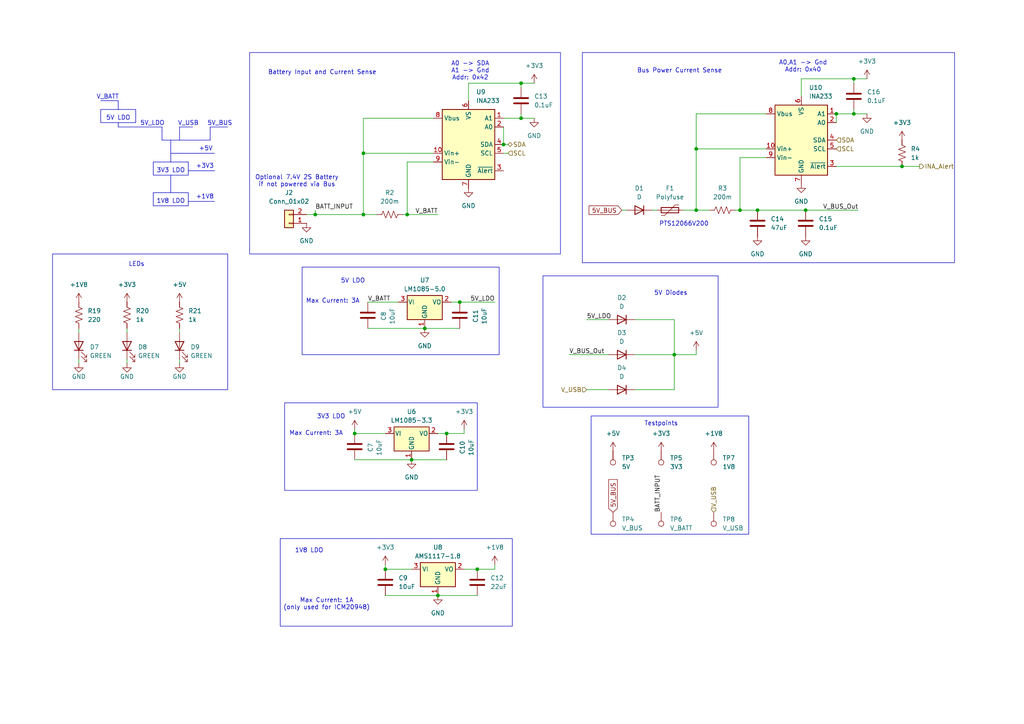
<source format=kicad_sch>
(kicad_sch (version 20231120) (generator "eeschema") (generator_version "8.0")
  (paper "A4")
  (lib_symbols
    (symbol "Connector:TestPoint" (pin_numbers hide) (pin_names (offset 0.762) hide)
      (property "Reference" "TP" (at 0 6.858 0))
      (property "Value" "TestPoint" (at 0 5.08 0))
      (symbol "TestPoint_0_1"
        (circle (center 0 3.302) (radius 0.762))
      )
      (symbol "TestPoint_1_1"
        (pin passive line (at 0 0 90) (length 2.54) (name "1") (number "1"))
      )
    )
    (symbol "Connector_Generic:Conn_01x02" (pin_names (offset 1.016) hide)
      (property "Reference" "J" (at 0 2.54 0))
      (property "Value" "Conn_01x02" (at 0 -5.08 0))
      (symbol "Conn_01x02_1_1"
        (rectangle (start -1.27 -2.413) (end 0 -2.667) (stroke (width 0.1524)))
        (rectangle (start -1.27 0.127) (end 0 -0.127) (stroke (width 0.1524)))
        (rectangle (start -1.27 1.27) (end 1.27 -3.81) (stroke (width 0.254)) (fill (type background)))
        (pin passive line (at -5.08 0 0) (length 3.81) (name "Pin_1") (number "1"))
        (pin passive line (at -5.08 -2.54 0) (length 3.81) (name "Pin_2") (number "2"))
      )
    )
    (symbol "Device:C" (pin_numbers hide) (pin_names (offset 0.254))
      (property "Reference" "C" (at 0.635 2.54 0))
      (property "Value" "C" (at 0.635 -2.54 0))
      (symbol "C_0_1"
        (polyline (pts (xy -2.032 -0.762) (xy 2.032 -0.762)) (stroke (width 0.508)))
        (polyline (pts (xy -2.032 0.762) (xy 2.032 0.762)) (stroke (width 0.508)))
      )
      (symbol "C_1_1"
        (pin passive line (at 0 3.81 270) (length 2.794) (name "~") (number "1"))
        (pin passive line (at 0 -3.81 90) (length 2.794) (name "~") (number "2"))
      )
    )
    (symbol "Device:D" (pin_numbers hide) (pin_names (offset 1.016) hide)
      (property "Reference" "D" (at 0 2.54 0))
      (property "Value" "D" (at 0 -2.54 0))
      (symbol "D_0_1"
        (polyline (pts (xy -1.27 1.27) (xy -1.27 -1.27)) (stroke (width 0.254)))
        (polyline (pts (xy 1.27 0) (xy -1.27 0)))
        (polyline (pts (xy 1.27 1.27) (xy 1.27 -1.27) (xy -1.27 0) (xy 1.27 1.27)) (stroke (width 0.254)))
      )
      (symbol "D_1_1"
        (pin passive line (at -3.81 0 0) (length 2.54) (name "K") (number "1"))
        (pin passive line (at 3.81 0 180) (length 2.54) (name "A") (number "2"))
      )
    )
    (symbol "Device:LED" (pin_numbers hide) (pin_names (offset 1.016) hide)
      (property "Reference" "D" (at 0 2.54 0))
      (property "Value" "LED" (at 0 -2.54 0))
      (symbol "LED_0_1"
        (polyline (pts (xy -1.27 -1.27) (xy -1.27 1.27)) (stroke (width 0.254)))
        (polyline (pts (xy -1.27 0) (xy 1.27 0)))
        (polyline (pts (xy 1.27 -1.27) (xy 1.27 1.27) (xy -1.27 0) (xy 1.27 -1.27)) (stroke (width 0.254)))
        (polyline (pts (xy -3.048 -0.762) (xy -4.572 -2.286) (xy -3.81 -2.286) (xy -4.572 -2.286) (xy -4.572 -1.524)))
        (polyline (pts (xy -1.778 -0.762) (xy -3.302 -2.286) (xy -2.54 -2.286) (xy -3.302 -2.286) (xy -3.302 -1.524)))
      )
      (symbol "LED_1_1"
        (pin passive line (at -3.81 0 0) (length 2.54) (name "K") (number "1"))
        (pin passive line (at 3.81 0 180) (length 2.54) (name "A") (number "2"))
      )
    )
    (symbol "Device:Polyfuse" (pin_numbers hide) (pin_names (offset 0))
      (property "Reference" "F" (at -2.54 0 90))
      (property "Value" "Polyfuse" (at 2.54 0 90))
      (symbol "Polyfuse_0_1"
        (rectangle (start -0.762 2.54) (end 0.762 -2.54) (stroke (width 0.254)))
        (polyline (pts (xy 0 2.54) (xy 0 -2.54)))
        (polyline (pts (xy -1.524 2.54) (xy -1.524 1.524) (xy 1.524 -1.524) (xy 1.524 -2.54)))
      )
      (symbol "Polyfuse_1_1"
        (pin passive line (at 0 3.81 270) (length 1.27) (name "~") (number "1"))
        (pin passive line (at 0 -3.81 90) (length 1.27) (name "~") (number "2"))
      )
    )
    (symbol "Device:R_US" (pin_numbers hide) (pin_names (offset 0))
      (property "Reference" "R" (at 2.54 0 90))
      (property "Value" "R_US" (at -2.54 0 90))
      (symbol "R_US_0_1"
        (polyline (pts (xy 0 -2.286) (xy 0 -2.54)))
        (polyline (pts (xy 0 2.286) (xy 0 2.54)))
        (polyline (pts (xy 0 -0.762) (xy 1.016 -1.143) (xy 0 -1.524) (xy -1.016 -1.905) (xy 0 -2.286)))
        (polyline (pts (xy 0 0.762) (xy 1.016 0.381) (xy 0 0) (xy -1.016 -0.381) (xy 0 -0.762)))
        (polyline (pts (xy 0 2.286) (xy 1.016 1.905) (xy 0 1.524) (xy -1.016 1.143) (xy 0 0.762)))
      )
      (symbol "R_US_1_1"
        (pin passive line (at 0 3.81 270) (length 1.27) (name "~") (number "1"))
        (pin passive line (at 0 -3.81 90) (length 1.27) (name "~") (number "2"))
      )
    )
    (symbol "Regulator_Linear:AMS1117-1.8"
      (property "Reference" "U" (at -3.81 3.175 0))
      (property "Value" "AMS1117-1.8" (at 0 3.175 0))
      (symbol "AMS1117-1.8_0_1"
        (rectangle (start -5.08 -5.08) (end 5.08 1.905) (stroke (width 0.254)) (fill (type background)))
      )
      (symbol "AMS1117-1.8_1_1"
        (pin power_in line (at 0 -7.62 90) (length 2.54) (name "GND") (number "1"))
        (pin power_out line (at 7.62 0 180) (length 2.54) (name "VO") (number "2"))
        (pin power_in line (at -7.62 0 0) (length 2.54) (name "VI") (number "3"))
      )
    )
    (symbol "Regulator_Linear:LM1085-3.3" (pin_names (offset 0.254))
      (property "Reference" "U" (at -3.81 3.175 0))
      (property "Value" "LM1085-3.3" (at 0 3.175 0))
      (symbol "LM1085-3.3_0_1"
        (rectangle (start -5.08 1.905) (end 5.08 -5.08) (stroke (width 0.254)) (fill (type background)))
      )
      (symbol "LM1085-3.3_1_1"
        (pin power_in line (at 0 -7.62 90) (length 2.54) (name "GND") (number "1"))
        (pin power_out line (at 7.62 0 180) (length 2.54) (name "VO") (number "2"))
        (pin power_in line (at -7.62 0 0) (length 2.54) (name "VI") (number "3"))
      )
    )
    (symbol "Regulator_Linear:LM1085-5.0" (pin_names (offset 0.254))
      (property "Reference" "U" (at -3.81 3.175 0))
      (property "Value" "LM1085-5.0" (at 0 3.175 0))
      (symbol "LM1085-5.0_0_1"
        (rectangle (start -5.08 1.905) (end 5.08 -5.08) (stroke (width 0.254)) (fill (type background)))
      )
      (symbol "LM1085-5.0_1_1"
        (pin power_in line (at 0 -7.62 90) (length 2.54) (name "GND") (number "1"))
        (pin power_out line (at 7.62 0 180) (length 2.54) (name "VO") (number "2"))
        (pin power_in line (at -7.62 0 0) (length 2.54) (name "VI") (number "3"))
      )
    )
    (symbol "Sensor_Energy:INA233"
      (property "Reference" "U" (at -6.35 11.43 0))
      (property "Value" "INA233" (at 3.81 11.43 0))
      (symbol "INA233_0_1"
        (rectangle (start 7.62 10.16) (end -7.62 -10.16) (stroke (width 0.254)) (fill (type background)))
      )
      (symbol "INA233_1_1"
        (pin input line (at 10.16 7.62 180) (length 2.54) (name "A1") (number "1"))
        (pin input line (at -10.16 -2.54 0) (length 2.54) (name "Vin+") (number "10"))
        (pin input line (at 10.16 5.08 180) (length 2.54) (name "A0") (number "2"))
        (pin open_collector line (at 10.16 -7.62 180) (length 2.54) (name "~{Alert}") (number "3"))
        (pin bidirectional line (at 10.16 0 180) (length 2.54) (name "SDA") (number "4"))
        (pin input line (at 10.16 -2.54 180) (length 2.54) (name "SCL") (number "5"))
        (pin power_in line (at 0 12.7 270) (length 2.54) (name "VS") (number "6"))
        (pin power_in line (at 0 -12.7 90) (length 2.54) (name "GND") (number "7"))
        (pin input line (at -10.16 7.62 0) (length 2.54) (name "Vbus") (number "8"))
        (pin input line (at -10.16 -5.08 0) (length 2.54) (name "Vin-") (number "9"))
      )
    )
    (symbol "power:+1V8" (power) (pin_numbers hide) (pin_names (offset 0) hide)
      (property "Value" "+1V8" (at 0 3.556 0))
      (symbol "+1V8_0_1"
        (polyline (pts (xy -0.762 1.27) (xy 0 2.54)))
        (polyline (pts (xy 0 0) (xy 0 2.54)))
        (polyline (pts (xy 0 2.54) (xy 0.762 1.27)))
      )
      (symbol "+1V8_1_1"
        (pin power_in line (at 0 0 90) (length 0) (name "~") (number "1"))
      )
    )
    (symbol "power:+3.3V" (power) (pin_numbers hide) (pin_names (offset 0) hide)
      (property "Value" "+3.3V" (at 0 3.556 0))
      (symbol "+3.3V_0_1"
        (polyline (pts (xy -0.762 1.27) (xy 0 2.54)))
        (polyline (pts (xy 0 0) (xy 0 2.54)))
        (polyline (pts (xy 0 2.54) (xy 0.762 1.27)))
      )
      (symbol "+3.3V_1_1"
        (pin power_in line (at 0 0 90) (length 0) (name "~") (number "1"))
      )
    )
    (symbol "power:+3V3" (power) (pin_numbers hide) (pin_names (offset 0) hide)
      (property "Value" "+3V3" (at 0 3.556 0))
      (symbol "+3V3_0_1"
        (polyline (pts (xy -0.762 1.27) (xy 0 2.54)))
        (polyline (pts (xy 0 0) (xy 0 2.54)))
        (polyline (pts (xy 0 2.54) (xy 0.762 1.27)))
      )
      (symbol "+3V3_1_1"
        (pin power_in line (at 0 0 90) (length 0) (name "~") (number "1"))
      )
    )
    (symbol "power:+5V" (power) (pin_numbers hide) (pin_names (offset 0) hide)
      (property "Value" "+5V" (at 0 3.556 0))
      (symbol "+5V_0_1"
        (polyline (pts (xy -0.762 1.27) (xy 0 2.54)))
        (polyline (pts (xy 0 0) (xy 0 2.54)))
        (polyline (pts (xy 0 2.54) (xy 0.762 1.27)))
      )
      (symbol "+5V_1_1"
        (pin power_in line (at 0 0 90) (length 0) (name "~") (number "1"))
      )
    )
    (symbol "power:GND" (power) (pin_numbers hide) (pin_names (offset 0) hide)
      (property "Value" "GND" (at 0 -3.81 0))
      (symbol "GND_0_1"
        (polyline (pts (xy 0 0) (xy 0 -1.27) (xy 1.27 -1.27) (xy 0 -2.54) (xy -1.27 -1.27) (xy 0 -1.27)))
      )
      (symbol "GND_1_1"
        (pin power_in line (at 0 0 270) (length 0) (name "~") (number "1"))
      )
    )
    (symbol "power:VBUS" (power) (pin_numbers hide) (pin_names (offset 0) hide)
      (property "Value" "VBUS" (at 0 3.556 0))
      (symbol "VBUS_0_1"
        (polyline (pts (xy -0.762 1.27) (xy 0 2.54)))
        (polyline (pts (xy 0 0) (xy 0 2.54)))
        (polyline (pts (xy 0 2.54) (xy 0.762 1.27)))
      )
      (symbol "VBUS_1_1"
        (pin power_in line (at 0 0 90) (length 0) (name "~") (number "1"))
      )
    )
  )
  (junction (at 233.68 60.96))
  (junction (at 111.76 165.1))
  (junction (at 219.71 60.96))
  (junction (at 242.57 33.02))
  (junction (at 247.65 33.02))
  (junction (at 247.65 22.86))
  (junction (at 201.93 60.96))
  (junction (at 138.43 165.1))
  (junction (at 127 172.72))
  (junction (at 105.41 62.23))
  (junction (at 118.11 62.23))
  (junction (at 133.35 87.63))
  (junction (at 123.19 95.25))
  (junction (at 102.87 125.73))
  (junction (at 105.41 44.45))
  (junction (at 151.13 24.13))
  (junction (at 151.13 34.29))
  (junction (at 195.58 102.87))
  (junction (at 119.38 133.35))
  (junction (at 261.62 48.26))
  (junction (at 214.63 60.96))
  (junction (at 129.54 125.73))
  (junction (at 91.44 62.23))
  (junction (at 146.05 41.91))
  (junction (at 201.93 43.18))
  (wire (pts (xy 232.41 22.86) (xy 247.65 22.86)))
  (wire (pts (xy 184.15 113.03) (xy 195.58 113.03)))
  (wire (pts (xy 118.11 62.23) (xy 127 62.23)))
  (wire (pts (xy 127 125.73) (xy 129.54 125.73)))
  (wire (pts (xy 242.57 33.02) (xy 242.57 35.56)))
  (wire (pts (xy 143.51 163.83) (xy 143.51 165.1)))
  (polyline (pts (xy 49.53 50.8) (xy 49.53 55.88)))
  (polyline (pts (xy 34.29 36.83) (xy 46.99 36.83)))
  (wire (pts (xy 242.57 33.02) (xy 247.65 33.02)))
  (wire (pts (xy 170.18 113.03) (xy 176.53 113.03)))
  (wire (pts (xy 127 172.72) (xy 138.43 172.72)))
  (wire (pts (xy 105.41 62.23) (xy 109.22 62.23)))
  (wire (pts (xy 22.86 95.25) (xy 22.86 96.52)))
  (wire (pts (xy 214.63 60.96) (xy 219.71 60.96)))
  (wire (pts (xy 116.84 62.23) (xy 118.11 62.23)))
  (wire (pts (xy 198.12 60.96) (xy 201.93 60.96)))
  (wire (pts (xy 180.34 60.96) (xy 181.61 60.96)))
  (wire (pts (xy 214.63 60.96) (xy 214.63 45.72)))
  (wire (pts (xy 247.65 22.86) (xy 251.46 22.86)))
  (wire (pts (xy 105.41 44.45) (xy 105.41 34.29)))
  (wire (pts (xy 118.11 62.23) (xy 118.11 46.99)))
  (wire (pts (xy 247.65 22.86) (xy 247.65 24.13)))
  (wire (pts (xy 134.62 165.1) (xy 138.43 165.1)))
  (wire (pts (xy 195.58 92.71) (xy 184.15 92.71)))
  (wire (pts (xy 88.9 62.23) (xy 91.44 62.23)))
  (wire (pts (xy 105.41 44.45) (xy 125.73 44.45)))
  (wire (pts (xy 189.23 60.96) (xy 190.5 60.96)))
  (wire (pts (xy 213.36 60.96) (xy 214.63 60.96)))
  (wire (pts (xy 201.93 43.18) (xy 222.25 43.18)))
  (wire (pts (xy 151.13 33.02) (xy 151.13 34.29)))
  (wire (pts (xy 133.35 87.63) (xy 143.51 87.63)))
  (polyline (pts (xy 54.61 58.42) (xy 62.23 58.42)))
  (wire (pts (xy 214.63 45.72) (xy 222.25 45.72)))
  (wire (pts (xy 151.13 24.13) (xy 151.13 25.4)))
  (wire (pts (xy 106.68 87.63) (xy 115.57 87.63)))
  (polyline (pts (xy 54.61 49.53) (xy 62.23 49.53)))
  (wire (pts (xy 135.89 24.13) (xy 151.13 24.13)))
  (wire (pts (xy 134.62 125.73) (xy 129.54 125.73)))
  (wire (pts (xy 247.65 31.75) (xy 247.65 33.02)))
  (polyline (pts (xy 34.29 35.56) (xy 34.29 36.83)))
  (wire (pts (xy 130.81 87.63) (xy 133.35 87.63)))
  (wire (pts (xy 201.93 60.96) (xy 205.74 60.96)))
  (wire (pts (xy 119.38 133.35) (xy 129.54 133.35)))
  (wire (pts (xy 266.7 48.26) (xy 261.62 48.26)))
  (wire (pts (xy 138.43 165.1) (xy 143.51 165.1)))
  (wire (pts (xy 111.76 172.72) (xy 127 172.72)))
  (wire (pts (xy 195.58 102.87) (xy 201.93 102.87)))
  (wire (pts (xy 134.62 124.46) (xy 134.62 125.73)))
  (polyline (pts (xy 49.53 44.45) (xy 62.23 44.45)))
  (wire (pts (xy 111.76 165.1) (xy 119.38 165.1)))
  (wire (pts (xy 91.44 62.23) (xy 105.41 62.23)))
  (polyline (pts (xy 34.29 31.75) (xy 34.29 29.21)))
  (wire (pts (xy 36.83 104.14) (xy 36.83 105.41)))
  (wire (pts (xy 170.18 92.71) (xy 176.53 92.71)))
  (wire (pts (xy 147.32 44.45) (xy 146.05 44.45)))
  (wire (pts (xy 105.41 44.45) (xy 105.41 62.23)))
  (wire (pts (xy 111.76 163.83) (xy 111.76 165.1)))
  (wire (pts (xy 102.87 124.46) (xy 102.87 125.73)))
  (wire (pts (xy 184.15 102.87) (xy 195.58 102.87)))
  (wire (pts (xy 261.62 48.26) (xy 242.57 48.26)))
  (wire (pts (xy 201.93 43.18) (xy 201.93 60.96)))
  (wire (pts (xy 146.05 34.29) (xy 151.13 34.29)))
  (wire (pts (xy 118.11 46.99) (xy 125.73 46.99)))
  (polyline (pts (xy 46.99 36.83) (xy 46.99 38.1)))
  (wire (pts (xy 102.87 125.73) (xy 111.76 125.73)))
  (wire (pts (xy 219.71 60.96) (xy 233.68 60.96)))
  (polyline (pts (xy 60.96 40.64) (xy 60.96 36.83)))
  (wire (pts (xy 247.65 33.02) (xy 251.46 33.02)))
  (polyline (pts (xy 52.07 36.83) (xy 52.07 40.64)))
  (wire (pts (xy 165.1 102.87) (xy 176.53 102.87)))
  (wire (pts (xy 201.93 33.02) (xy 222.25 33.02)))
  (wire (pts (xy 106.68 95.25) (xy 123.19 95.25)))
  (wire (pts (xy 151.13 34.29) (xy 154.94 34.29)))
  (wire (pts (xy 201.93 43.18) (xy 201.93 33.02)))
  (wire (pts (xy 146.05 36.83) (xy 146.05 41.91)))
  (wire (pts (xy 151.13 24.13) (xy 154.94 24.13)))
  (wire (pts (xy 135.89 29.21) (xy 135.89 24.13)))
  (wire (pts (xy 195.58 113.03) (xy 195.58 102.87)))
  (wire (pts (xy 233.68 60.96) (xy 248.92 60.96)))
  (wire (pts (xy 36.83 95.25) (xy 36.83 96.52)))
  (wire (pts (xy 201.93 101.6) (xy 201.93 102.87)))
  (polyline (pts (xy 55.88 36.83) (xy 52.07 36.83)))
  (wire (pts (xy 232.41 27.94) (xy 232.41 22.86)))
  (polyline (pts (xy 60.96 36.83) (xy 66.04 36.83)))
  (wire (pts (xy 91.44 60.96) (xy 91.44 62.23)))
  (wire (pts (xy 102.87 133.35) (xy 119.38 133.35)))
  (wire (pts (xy 22.86 104.14) (xy 22.86 105.41)))
  (polyline (pts (xy 52.07 40.64) (xy 60.96 40.64)))
  (polyline (pts (xy 29.21 29.21) (xy 34.29 29.21)))
  (polyline (pts (xy 46.99 40.64) (xy 52.07 40.64)))
  (wire (pts (xy 52.07 95.25) (xy 52.07 96.52)))
  (wire (pts (xy 195.58 102.87) (xy 195.58 92.71)))
  (wire (pts (xy 147.32 41.91) (xy 146.05 41.91)))
  (wire (pts (xy 52.07 104.14) (xy 52.07 105.41)))
  (wire (pts (xy 105.41 34.29) (xy 125.73 34.29)))
  (polyline (pts (xy 46.99 38.1) (xy 46.99 40.64)))
  (wire (pts (xy 123.19 95.25) (xy 133.35 95.25)))
  (polyline (pts (xy 49.53 40.64) (xy 49.53 46.99)))
  (rectangle (start 44.45 55.88) (end 54.61 59.69))
  (rectangle (start 44.45 46.99) (end 54.61 50.8))
  (rectangle (start 82.55 116.84) (end 138.43 142.24))
  (rectangle (start 81.28 156.21) (end 148.59 181.61))
  (rectangle (start 29.21 31.75) (end 39.37 35.56))
  (rectangle (start 72.39 15.24) (end 162.56 73.66))
  (rectangle (start 157.48 80.01) (end 208.28 118.11))
  (rectangle (start 168.91 15.24) (end 276.86 76.2))
  (rectangle (start 171.45 120.65) (end 217.17 154.94))
  (rectangle (start 87.63 77.47) (end 144.78 102.87))
  (rectangle (start 15.24 73.66) (end 66.04 113.03))
  (text "Battery Input and Current Sense" (at 93.472 21.082 0) (effects (font (size 1.27 1.27))))
  (text "Testpoints" (at 191.77 122.936 0) (effects (font (size 1.27 1.27))))
  (text "PTS12066V200" (at 198.374 65.024 0) (effects (font (size 1.27 1.27))))
  (text "5V LDO" (at 34.29 34.29 0) (effects (font (size 1.27 1.27))))
  (text "Max Current: 3A" (at 96.52 87.376 0) (effects (font (size 1.27 1.27))))
  (text "5V LDO" (at 102.362 81.534 0) (effects (font (size 1.27 1.27))))
  (text "LEDs" (at 39.624 76.708 0) (effects (font (size 1.27 1.27))))
  (text "3V3 LDO" (at 49.53 49.53 0) (effects (font (size 1.27 1.27))))
  (text "+3V3" (at 59.436 48.26 0) (effects (font (size 1.27 1.27))))
  (text "Max Current: 3A" (at 91.694 125.73 0) (effects (font (size 1.27 1.27))))
  (text "Max Current: 1A\n(only used for ICM20948)" (at 94.742 175.26 0) (effects (font (size 1.27 1.27))))
  (text "5V_LDO" (at 44.196 35.814 0) (effects (font (size 1.27 1.27))))
  (text "1V8 LDO" (at 49.53 58.42 0) (effects (font (size 1.27 1.27))))
  (text "Bus Power Current Sense" (at 197.104 20.574 0) (effects (font (size 1.27 1.27))))
  (text "A0 -> SDA\nA1 -> Gnd\nAddr: 0x42" (at 136.398 20.574 0) (effects (font (size 1.27 1.27))))
  (text "+1V8" (at 59.436 57.15 0) (effects (font (size 1.27 1.27))))
  (text "+5V" (at 59.69 43.18 0) (effects (font (size 1.27 1.27))))
  (text "5V_BUS" (at 63.754 35.814 0) (effects (font (size 1.27 1.27))))
  (text "V_USB" (at 54.61 35.814 0) (effects (font (size 1.27 1.27))))
  (text "Optional 7.4V 2S Battery\nif not powered via Bus" (at 86.106 52.578 0) (effects (font (size 1.27 1.27))))
  (text "V_BATT" (at 31.242 28.194 0) (effects (font (size 1.27 1.27))))
  (text "5V Diodes" (at 194.564 85.09 0) (effects (font (size 1.27 1.27))))
  (text "3V3 LDO" (at 96.012 120.904 0) (effects (font (size 1.27 1.27))))
  (text "1V8 LDO" (at 89.662 159.766 0) (effects (font (size 1.27 1.27))))
  (text "A0,A1 -> Gnd\nAddr: 0x40" (at 232.918 19.304 0) (effects (font (size 1.27 1.27))))
  (label "5V_LDO" (at 170.18 92.71 0))
  (label "V_BATT" (at 106.68 87.63 0))
  (label "V_BUS_Out" (at 248.92 60.96 180))
  (label "BATT_INPUT" (at 91.44 60.96 0))
  (label "V_BUS_Out" (at 165.1 102.87 0))
  (label "V_BATT" (at 127 62.23 180))
  (label "5V_LDO" (at 143.51 87.63 180))
  (label "BATT_INPUT" (at 191.77 148.59 90))
  (global_label "5V_BUS" (shape input) (at 180.34 60.96 180) (property "Intersheetrefs" "${INTERSHEET_REFS}" (effects (hide yes))))
  (global_label "5V_BUS" (shape input) (at 177.8 148.59 90) (property "Intersheetrefs" "${INTERSHEET_REFS}" (effects (hide yes))))
  (hierarchical_label "V_USB" (shape input) (at 207.01 148.59 90))
  (hierarchical_label "V_USB" (shape input) (at 170.18 113.03 180))
  (hierarchical_label "SDA" (shape input) (at 242.57 40.64 0))
  (hierarchical_label "SCL" (shape input) (at 242.57 43.18 0))
  (hierarchical_label "INA_Alert" (shape output) (at 266.7 48.26 0))
  (hierarchical_label "SDA" (shape bidirectional) (at 147.32 41.91 0))
  (hierarchical_label "SCL" (shape input) (at 147.32 44.45 0))
  (symbol (lib_id "Device:C") (at 133.35 91.44 180) (unit 1)
    (property "Reference" "C11" (at 137.922 91.694 90))
    (property "Value" "10uF" (at 140.462 91.694 90))
    (property "Footprint" "Capacitor_SMD:C_0603_1608Metric" (effects (hide yes)))
    (property "Description" "Unpolarized capacitor" (effects (hide yes)))
  )
  (symbol (lib_id "power:+3V3") (at 111.76 163.83 0) (unit 1)
    (property "Reference" "#PWR015" (effects (hide yes)))
    (property "Value" "+3V3" (at 111.76 158.75 0))
    (property "Description" "Power symbol creates a global label with name \"+3V3\"" (effects (hide yes)))
  )
  (symbol (lib_id "power:VBUS") (at 201.93 101.6 0) (unit 1)
    (property "Reference" "#PWR052" (effects (hide yes)))
    (property "Value" "+5V" (at 201.93 96.52 0))
    (property "Description" "Power symbol creates a global label with name \"VBUS\"" (effects (hide yes)))
  )
  (symbol (lib_id "power:+3.3V") (at 52.07 87.63 0) (unit 1)
    (property "Reference" "#PWR066" (effects (hide yes)))
    (property "Value" "+5V" (at 52.07 82.55 0))
    (property "Description" "Power symbol creates a global label with name \"+3.3V\"" (effects (hide yes)))
  )
  (symbol (lib_id "Device:R_US") (at 52.07 91.44 180) (unit 1)
    (property "Reference" "R21" (at 54.61 90.1699 0) (effects (justify right)))
    (property "Value" "1k" (at 54.61 92.7099 0) (effects (justify right)))
    (property "Footprint" "Resistor_SMD:R_0603_1608Metric" (effects (hide yes)))
    (property "Description" "Resistor, US symbol" (effects (hide yes)))
  )
  (symbol (lib_id "power:+3V3") (at 251.46 22.86 0) (unit 1)
    (property "Reference" "#PWR037" (effects (hide yes)))
    (property "Value" "+3V3" (at 251.46 17.78 0))
    (property "Description" "Power symbol creates a global label with name \"+3V3\"" (effects (hide yes)))
  )
  (symbol (lib_id "power:GND") (at 251.46 33.02 0) (unit 1)
    (property "Reference" "#PWR038" (effects (hide yes)))
    (property "Value" "GND" (at 251.46 38.1 0))
    (property "Description" "Power symbol creates a global label with name \"GND\" , ground" (effects (hide yes)))
  )
  (symbol (lib_id "power:+3.3V") (at 22.86 87.63 0) (unit 1)
    (property "Reference" "#PWR068" (effects (hide yes)))
    (property "Value" "+1V8" (at 22.86 82.55 0))
    (property "Description" "Power symbol creates a global label with name \"+3.3V\"" (effects (hide yes)))
  )
  (symbol (lib_id "power:+3V3") (at 191.77 130.81 0) (unit 1)
    (property "Reference" "#PWR063" (effects (hide yes)))
    (property "Value" "+3V3" (at 191.77 125.73 0))
    (property "Description" "Power symbol creates a global label with name \"+3V3\"" (effects (hide yes)))
  )
  (symbol (lib_id "Device:R_US") (at 209.55 60.96 90) (unit 1)
    (property "Reference" "R3" (at 209.55 54.61 90))
    (property "Value" "200m" (at 209.55 57.15 90))
    (property "Footprint" "Resistor_SMD:R_0603_1608Metric" (effects (hide yes)))
    (property "Description" "Resistor, US symbol" (effects (hide yes)))
  )
  (symbol (lib_id "Device:LED") (at 36.83 100.33 90) (unit 1)
    (property "Reference" "D8" (at 40.005 100.6475 90) (effects (justify right)))
    (property "Value" "GREEN" (at 40.005 103.1875 90) (effects (justify right)))
    (property "Footprint" "LED_SMD:LED_0603_1608Metric_Pad1.05x0.95mm_HandSolder" (effects (hide yes)))
  )
  (symbol (lib_id "Connector:TestPoint") (at 191.77 148.59 180) (unit 1)
    (property "Reference" "TP6" (at 194.31 150.6219 0) (effects (justify right)))
    (property "Value" "V_BATT" (at 194.31 153.1619 0) (effects (justify right)))
    (property "Footprint" "Connector_PinHeader_2.54mm:PinHeader_1x01_P2.54mm_Vertical" (effects (hide yes)))
    (property "Description" "test point" (effects (hide yes)))
  )
  (symbol (lib_id "Connector:TestPoint") (at 177.8 148.59 180) (unit 1)
    (property "Reference" "TP4" (at 180.34 150.6219 0) (effects (justify right)))
    (property "Value" "V_BUS" (at 180.34 153.1619 0) (effects (justify right)))
    (property "Footprint" "Connector_PinHeader_2.54mm:PinHeader_1x01_P2.54mm_Vertical" (effects (hide yes)))
    (property "Description" "test point" (effects (hide yes)))
  )
  (symbol (lib_id "Device:C") (at 219.71 64.77 0) (unit 1)
    (property "Reference" "C14" (at 223.52 63.4999 0) (effects (justify left)))
    (property "Value" "47uF" (at 223.52 66.0399 0) (effects (justify left)))
    (property "Footprint" "Capacitor_SMD:C_0603_1608Metric" (effects (hide yes)))
    (property "Description" "Unpolarized capacitor" (effects (hide yes)))
  )
  (symbol (lib_id "Connector:TestPoint") (at 207.01 130.81 180) (unit 1)
    (property "Reference" "TP7" (at 209.55 132.8419 0) (effects (justify right)))
    (property "Value" "1V8" (at 209.55 135.3819 0) (effects (justify right)))
    (property "Footprint" "Connector_PinHeader_2.54mm:PinHeader_1x01_P2.54mm_Vertical" (effects (hide yes)))
    (property "Description" "test point" (effects (hide yes)))
  )
  (symbol (lib_id "Regulator_Linear:LM1085-3.3") (at 119.38 125.73 0) (unit 1)
    (property "Reference" "U6" (at 119.38 119.38 0))
    (property "Value" "LM1085-3.3" (at 119.38 121.92 0))
    (property "Footprint" "Package_TO_SOT_SMD:TO-263-3_TabPin2" (effects (hide yes)))
    (property "Datasheet" "http://www.ti.com/lit/ds/symlink/lm1085.pdf" (effects (hide yes)))
    (property "Description" "3A 27V Linear Regulator, Fixed Output 3.3V, TO-220/TO-263" (effects (hide yes)))
  )
  (symbol (lib_id "Device:C") (at 247.65 27.94 0) (unit 1)
    (property "Reference" "C16" (at 251.46 26.6699 0) (effects (justify left)))
    (property "Value" "0.1uF" (at 251.46 29.2099 0) (effects (justify left)))
    (property "Footprint" "Capacitor_SMD:C_0603_1608Metric" (effects (hide yes)))
    (property "Description" "Unpolarized capacitor" (effects (hide yes)))
  )
  (symbol (lib_id "Device:LED") (at 52.07 100.33 90) (unit 1)
    (property "Reference" "D9" (at 55.245 100.6475 90) (effects (justify right)))
    (property "Value" "GREEN" (at 55.245 103.1875 90) (effects (justify right)))
    (property "Footprint" "LED_SMD:LED_0603_1608Metric_Pad1.05x0.95mm_HandSolder" (effects (hide yes)))
  )
  (symbol (lib_id "Device:D") (at 180.34 102.87 180) (unit 1)
    (property "Reference" "D3" (at 180.34 96.52 0))
    (property "Value" "D" (at 180.34 99.06 0))
    (property "Footprint" "Diode_SMD:D_0603_1608Metric" (effects (hide yes)))
    (property "Description" "Diode" (effects (hide yes)))
    (property "Sim.Device" "D" (effects (hide yes)))
    (property "Sim.Pins" "1=K 2=A" (effects (hide yes)))
  )
  (symbol (lib_id "power:+1V8") (at 207.01 130.81 0) (unit 1)
    (property "Reference" "#PWR084" (effects (hide yes)))
    (property "Value" "+1V8" (at 207.01 125.73 0))
    (property "Description" "Power symbol creates a global label with name \"+1V8\"" (effects (hide yes)))
  )
  (symbol (lib_id "Device:C") (at 151.13 29.21 0) (unit 1)
    (property "Reference" "C13" (at 154.94 27.9399 0) (effects (justify left)))
    (property "Value" "0.1uF" (at 154.94 30.4799 0) (effects (justify left)))
    (property "Footprint" "Capacitor_SMD:C_0603_1608Metric" (effects (hide yes)))
    (property "Description" "Unpolarized capacitor" (effects (hide yes)))
  )
  (symbol (lib_id "Device:D") (at 185.42 60.96 0) (mirror y) (unit 1)
    (property "Reference" "D1" (at 185.42 54.61 0))
    (property "Value" "D" (at 185.42 57.15 0))
    (property "Footprint" "Diode_SMD:D_0603_1608Metric" (effects (hide yes)))
    (property "Description" "Diode" (effects (hide yes)))
    (property "Sim.Device" "D" (effects (hide yes)))
    (property "Sim.Pins" "1=K 2=A" (effects (hide yes)))
  )
  (symbol (lib_id "Device:R_US") (at 36.83 91.44 180) (unit 1)
    (property "Reference" "R20" (at 39.37 90.1699 0) (effects (justify right)))
    (property "Value" "1k" (at 39.37 92.7099 0) (effects (justify right)))
    (property "Footprint" "Resistor_SMD:R_0603_1608Metric" (effects (hide yes)))
    (property "Description" "Resistor, US symbol" (effects (hide yes)))
  )
  (symbol (lib_id "Device:C") (at 106.68 91.44 180) (unit 1)
    (property "Reference" "C8" (at 111.252 91.694 90))
    (property "Value" "10uF" (at 113.792 91.694 90))
    (property "Footprint" "Capacitor_SMD:C_0603_1608Metric" (effects (hide yes)))
    (property "Description" "Unpolarized capacitor" (effects (hide yes)))
  )
  (symbol (lib_id "Device:R_US") (at 261.62 44.45 180) (unit 1)
    (property "Reference" "R4" (at 264.16 43.1799 0) (effects (justify right)))
    (property "Value" "1k" (at 264.16 45.7199 0) (effects (justify right)))
    (property "Footprint" "Resistor_SMD:R_0603_1608Metric" (effects (hide yes)))
    (property "Description" "Resistor, US symbol" (effects (hide yes)))
  )
  (symbol (lib_id "power:+1V8") (at 143.51 163.83 0) (unit 1)
    (property "Reference" "#PWR019" (effects (hide yes)))
    (property "Value" "+1V8" (at 143.51 158.75 0))
    (property "Description" "Power symbol creates a global label with name \"+1V8\"" (effects (hide yes)))
  )
  (symbol (lib_id "Device:C") (at 102.87 129.54 180) (unit 1)
    (property "Reference" "C7" (at 107.442 129.794 90))
    (property "Value" "10uF" (at 109.982 129.794 90))
    (property "Footprint" "Capacitor_SMD:C_0603_1608Metric" (effects (hide yes)))
    (property "Description" "Unpolarized capacitor" (effects (hide yes)))
  )
  (symbol (lib_id "Device:C") (at 111.76 168.91 0) (unit 1)
    (property "Reference" "C9" (at 115.57 167.6399 0) (effects (justify left)))
    (property "Value" "10uF" (at 115.57 170.1799 0) (effects (justify left)))
    (property "Footprint" "Capacitor_SMD:C_0603_1608Metric" (effects (hide yes)))
    (property "Description" "Unpolarized capacitor" (effects (hide yes)))
  )
  (symbol (lib_id "power:GND") (at 154.94 34.29 0) (unit 1)
    (property "Reference" "#PWR049" (effects (hide yes)))
    (property "Value" "GND" (at 154.94 39.37 0))
    (property "Description" "Power symbol creates a global label with name \"GND\" , ground" (effects (hide yes)))
  )
  (symbol (lib_id "power:GND") (at 119.38 133.35 0) (unit 1)
    (property "Reference" "#PWR035" (effects (hide yes)))
    (property "Value" "GND" (at 119.38 138.43 0))
    (property "Description" "Power symbol creates a global label with name \"GND\" , ground" (effects (hide yes)))
  )
  (symbol (lib_id "power:GND") (at 52.07 105.41 0) (unit 1)
    (property "Reference" "#PWR067" (effects (hide yes)))
    (property "Value" "GND" (at 52.07 109.22 0))
  )
  (symbol (lib_id "Device:D") (at 180.34 113.03 180) (unit 1)
    (property "Reference" "D4" (at 180.34 106.68 0))
    (property "Value" "D" (at 180.34 109.22 0))
    (property "Footprint" "Diode_SMD:D_0603_1608Metric" (effects (hide yes)))
    (property "Description" "Diode" (effects (hide yes)))
    (property "Sim.Device" "D" (effects (hide yes)))
    (property "Sim.Pins" "1=K 2=A" (effects (hide yes)))
  )
  (symbol (lib_id "power:GND") (at 135.89 54.61 0) (unit 1)
    (property "Reference" "#PWR045" (effects (hide yes)))
    (property "Value" "GND" (at 135.89 59.69 0))
    (property "Description" "Power symbol creates a global label with name \"GND\" , ground" (effects (hide yes)))
  )
  (symbol (lib_id "power:GND") (at 88.9 64.77 0) (unit 1)
    (property "Reference" "#PWR041" (effects (hide yes)))
    (property "Value" "GND" (at 88.9 69.85 0))
    (property "Description" "Power symbol creates a global label with name \"GND\" , ground" (effects (hide yes)))
  )
  (symbol (lib_id "Device:R_US") (at 113.03 62.23 90) (unit 1)
    (property "Reference" "R2" (at 113.03 55.88 90))
    (property "Value" "200m" (at 113.03 58.42 90))
    (property "Footprint" "Resistor_SMD:R_0603_1608Metric" (effects (hide yes)))
    (property "Description" "Resistor, US symbol" (effects (hide yes)))
  )
  (symbol (lib_id "power:GND") (at 219.71 68.58 0) (unit 1)
    (property "Reference" "#PWR031" (effects (hide yes)))
    (property "Value" "GND" (at 219.71 73.66 0))
    (property "Description" "Power symbol creates a global label with name \"GND\" , ground" (effects (hide yes)))
  )
  (symbol (lib_id "power:GND") (at 36.83 105.41 0) (unit 1)
    (property "Reference" "#PWR065" (effects (hide yes)))
    (property "Value" "GND" (at 36.83 109.22 0))
  )
  (symbol (lib_id "Sensor_Energy:INA233") (at 135.89 41.91 0) (unit 1)
    (property "Reference" "U9" (at 138.0841 26.67 0) (effects (justify left)))
    (property "Value" "INA233" (at 138.0841 29.21 0) (effects (justify left)))
    (property "Footprint" "Package_SO:VSSOP-10_3x3mm_P0.5mm" (effects (hide yes)))
    (property "Datasheet" "https://www.ti.com/lit/ds/symlink/ina233.pdf" (effects (hide yes)))
    (property "Description" "High-Side or Low-Side Measurement, Bi-Directional Current and Power Monitor (0-36V) with I2C, SMBus-, and PMBus-Compatible Interface, VSSOP-10" (effects (hide yes)))
  )
  (symbol (lib_id "Connector:TestPoint") (at 191.77 130.81 180) (unit 1)
    (property "Reference" "TP5" (at 194.31 132.8419 0) (effects (justify right)))
    (property "Value" "3V3" (at 194.31 135.3819 0) (effects (justify right)))
    (property "Footprint" "Connector_PinHeader_2.54mm:PinHeader_1x01_P2.54mm_Vertical" (effects (hide yes)))
    (property "Description" "test point" (effects (hide yes)))
  )
  (symbol (lib_id "power:GND") (at 127 172.72 0) (unit 1)
    (property "Reference" "#PWR016" (effects (hide yes)))
    (property "Value" "GND" (at 127 177.8 0))
    (property "Description" "Power symbol creates a global label with name \"GND\" , ground" (effects (hide yes)))
  )
  (symbol (lib_id "Regulator_Linear:AMS1117-1.8") (at 127 165.1 0) (unit 1)
    (property "Reference" "U8" (at 127 158.75 0))
    (property "Value" "AMS1117-1.8" (at 127 161.29 0))
    (property "Footprint" "Package_TO_SOT_SMD:SOT-223-3_TabPin2" (effects (hide yes)))
    (property "Datasheet" "http://www.advanced-monolithic.com/pdf/ds1117.pdf" (effects (hide yes)))
    (property "Description" "1A Low Dropout regulator, positive, 1.8V fixed output, SOT-223" (effects (hide yes)))
  )
  (symbol (lib_id "power:GND") (at 123.19 95.25 0) (unit 1)
    (property "Reference" "#PWR042" (effects (hide yes)))
    (property "Value" "GND" (at 123.19 100.33 0))
    (property "Description" "Power symbol creates a global label with name \"GND\" , ground" (effects (hide yes)))
  )
  (symbol (lib_id "Device:C") (at 233.68 64.77 0) (unit 1)
    (property "Reference" "C15" (at 237.49 63.4999 0) (effects (justify left)))
    (property "Value" "0.1uF" (at 237.49 66.0399 0) (effects (justify left)))
    (property "Footprint" "Capacitor_SMD:C_0603_1608Metric" (effects (hide yes)))
    (property "Description" "Unpolarized capacitor" (effects (hide yes)))
  )
  (symbol (lib_id "power:+3V3") (at 134.62 124.46 0) (unit 1)
    (property "Reference" "#PWR036" (effects (hide yes)))
    (property "Value" "+3V3" (at 134.62 119.38 0))
    (property "Description" "Power symbol creates a global label with name \"+3V3\"" (effects (hide yes)))
  )
  (symbol (lib_id "power:GND") (at 22.86 105.41 0) (unit 1)
    (property "Reference" "#PWR069" (effects (hide yes)))
    (property "Value" "GND" (at 22.86 109.22 0))
  )
  (symbol (lib_id "power:+5V") (at 102.87 124.46 0) (unit 1)
    (property "Reference" "#PWR040" (effects (hide yes)))
    (property "Value" "+5V" (at 102.87 119.38 0))
    (property "Description" "Power symbol creates a global label with name \"+5V\"" (effects (hide yes)))
  )
  (symbol (lib_id "Device:C") (at 138.43 168.91 0) (unit 1)
    (property "Reference" "C12" (at 142.24 167.6399 0) (effects (justify left)))
    (property "Value" "22uF" (at 142.24 170.1799 0) (effects (justify left)))
    (property "Footprint" "Capacitor_SMD:C_0603_1608Metric" (effects (hide yes)))
    (property "Description" "Unpolarized capacitor" (effects (hide yes)))
  )
  (symbol (lib_id "Sensor_Energy:INA233") (at 232.41 40.64 0) (unit 1)
    (property "Reference" "U10" (at 234.6041 25.4 0) (effects (justify left)))
    (property "Value" "INA233" (at 234.6041 27.94 0) (effects (justify left)))
    (property "Footprint" "Package_SO:VSSOP-10_3x3mm_P0.5mm" (effects (hide yes)))
    (property "Datasheet" "https://www.ti.com/lit/ds/symlink/ina233.pdf" (effects (hide yes)))
    (property "Description" "High-Side or Low-Side Measurement, Bi-Directional Current and Power Monitor (0-36V) with I2C, SMBus-, and PMBus-Compatible Interface, VSSOP-10" (effects (hide yes)))
  )
  (symbol (lib_id "power:+3V3") (at 261.62 40.64 0) (unit 1)
    (property "Reference" "#PWR039" (effects (hide yes)))
    (property "Value" "+3V3" (at 261.62 35.56 0))
    (property "Description" "Power symbol creates a global label with name \"+3V3\"" (effects (hide yes)))
  )
  (symbol (lib_id "Device:C") (at 129.54 129.54 180) (unit 1)
    (property "Reference" "C10" (at 134.112 129.794 90))
    (property "Value" "10uF" (at 136.652 129.794 90))
    (property "Footprint" "Capacitor_SMD:C_0603_1608Metric" (effects (hide yes)))
    (property "Description" "Unpolarized capacitor" (effects (hide yes)))
  )
  (symbol (lib_id "Device:D") (at 180.34 92.71 180) (unit 1)
    (property "Reference" "D2" (at 180.34 86.36 0))
    (property "Value" "D" (at 180.34 88.9 0))
    (property "Footprint" "Diode_SMD:D_0603_1608Metric" (effects (hide yes)))
    (property "Description" "Diode" (effects (hide yes)))
    (property "Sim.Device" "D" (effects (hide yes)))
    (property "Sim.Pins" "1=K 2=A" (effects (hide yes)))
  )
  (symbol (lib_id "power:GND") (at 232.41 53.34 0) (unit 1)
    (property "Reference" "#PWR032" (effects (hide yes)))
    (property "Value" "GND" (at 232.41 58.42 0))
    (property "Description" "Power symbol creates a global label with name \"GND\" , ground" (effects (hide yes)))
  )
  (symbol (lib_id "power:GND") (at 233.68 68.58 0) (unit 1)
    (property "Reference" "#PWR033" (effects (hide yes)))
    (property "Value" "GND" (at 233.68 73.66 0))
    (property "Description" "Power symbol creates a global label with name \"GND\" , ground" (effects (hide yes)))
  )
  (symbol (lib_id "Device:LED") (at 22.86 100.33 90) (unit 1)
    (property "Reference" "D7" (at 26.035 100.6475 90) (effects (justify right)))
    (property "Value" "GREEN" (at 26.035 103.1875 90) (effects (justify right)))
    (property "Footprint" "LED_SMD:LED_0603_1608Metric_Pad1.05x0.95mm_HandSolder" (effects (hide yes)))
  )
  (symbol (lib_id "Connector:TestPoint") (at 177.8 130.81 180) (unit 1)
    (property "Reference" "TP3" (at 180.34 132.8419 0) (effects (justify right)))
    (property "Value" "5V" (at 180.34 135.3819 0) (effects (justify right)))
    (property "Footprint" "Connector_PinHeader_2.54mm:PinHeader_1x01_P2.54mm_Vertical" (effects (hide yes)))
    (property "Description" "test point" (effects (hide yes)))
  )
  (symbol (lib_id "Regulator_Linear:LM1085-5.0") (at 123.19 87.63 0) (unit 1)
    (property "Reference" "U7" (at 123.19 81.28 0))
    (property "Value" "LM1085-5.0" (at 123.19 83.82 0))
    (property "Footprint" "Package_TO_SOT_SMD:TO-263-3_TabPin2" (effects (hide yes)))
    (property "Datasheet" "http://www.ti.com/lit/ds/symlink/lm1085.pdf" (effects (hide yes)))
    (property "Description" "3A 25V Linear Regulator, Fixed Output 5.0V, TO-220/TO-263" (effects (hide yes)))
  )
  (symbol (lib_id "Connector_Generic:Conn_01x02") (at 83.82 64.77 180) (unit 1)
    (property "Reference" "J2" (at 83.82 55.88 0))
    (property "Value" "Conn_01x02" (at 83.82 58.42 0))
    (property "Footprint" "Connector_AMASS:AMASS_XT60-M_1x02_P7.20mm_Vertical" (effects (hide yes)))
    (property "Description" "Generic connector, single row, 01x02, script generated (kicad-library-utils/schlib/autogen/connector/)" (effects (hide yes)))
  )
  (symbol (lib_id "Connector:TestPoint") (at 207.01 148.59 180) (unit 1)
    (property "Reference" "TP8" (at 209.55 150.6219 0) (effects (justify right)))
    (property "Value" "V_USB" (at 209.55 153.1619 0) (effects (justify right)))
    (property "Footprint" "Connector_PinHeader_2.54mm:PinHeader_1x01_P2.54mm_Vertical" (effects (hide yes)))
    (property "Description" "test point" (effects (hide yes)))
  )
  (symbol (lib_id "power:+3.3V") (at 36.83 87.63 0) (unit 1)
    (property "Reference" "#PWR064" (effects (hide yes)))
    (property "Value" "+3V3" (at 36.83 82.55 0))
    (property "Description" "Power symbol creates a global label with name \"+3.3V\"" (effects (hide yes)))
  )
  (symbol (lib_id "Device:R_US") (at 22.86 91.44 180) (unit 1)
    (property "Reference" "R19" (at 25.4 90.1699 0) (effects (justify right)))
    (property "Value" "220" (at 25.4 92.7099 0) (effects (justify right)))
    (property "Footprint" "Resistor_SMD:R_0603_1608Metric" (effects (hide yes)))
    (property "Description" "Resistor, US symbol" (effects (hide yes)))
  )
  (symbol (lib_id "power:+5V") (at 177.8 130.81 0) (unit 1)
    (property "Reference" "#PWR034" (effects (hide yes)))
    (property "Value" "+5V" (at 177.8 125.73 0))
    (property "Description" "Power symbol creates a global label with name \"+5V\"" (effects (hide yes)))
  )
  (symbol (lib_id "power:+3V3") (at 154.94 24.13 0) (unit 1)
    (property "Reference" "#PWR048" (effects (hide yes)))
    (property "Value" "+3V3" (at 154.94 19.05 0))
    (property "Description" "Power symbol creates a global label with name \"+3V3\"" (effects (hide yes)))
  )
  (symbol (lib_id "Device:Polyfuse") (at 194.31 60.96 90) (unit 1)
    (property "Reference" "F1" (at 194.31 54.61 90))
    (property "Value" "Polyfuse" (at 194.31 57.15 90))
    (property "Footprint" "Fuse:Fuse_1206_3216Metric" (effects (hide yes)))
    (property "Description" "Resettable fuse, polymeric positive temperature coefficient" (effects (hide yes)))
  )
)
</source>
